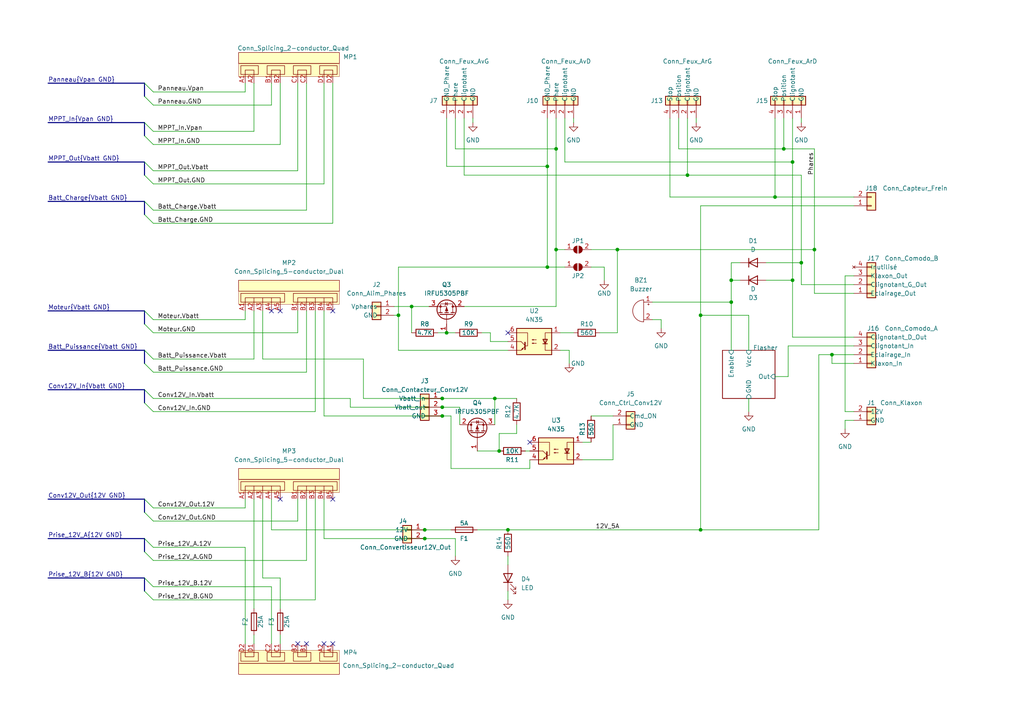
<source format=kicad_sch>
(kicad_sch (version 20211123) (generator eeschema)
  (paper "A4")
  (title_block (title "Boitier électrique vhéliotech") (date "2025-01-08") (company "Vélo solaire pour tous") (comment 1 "Licence CERN-OHL-S version 2"))
  (lib_symbols
    (symbol "Conn_Feux_Arriere_1" (pin_names (offset 1.016))
      (property "Reference" "J" (at 0 5.08 0))
      (property "Value" "Conn_Feux_Arriere_1" (at 0 -7.62 0))
      (symbol "Conn_Feux_Arriere_1_1_1"
        (rectangle (start -1.27 -4.953) (end 0 -5.207) (stroke (width 0.1524)))
        (rectangle (start -1.27 -2.413) (end 0 -2.667) (stroke (width 0.1524)))
        (rectangle (start -1.27 0.127) (end 0 -0.127) (stroke (width 0.1524)))
        (rectangle (start -1.27 2.667) (end 0 2.413) (stroke (width 0.1524)))
        (rectangle (start -1.27 3.81) (end 1.27 -6.35) (stroke (width 0.254)) (fill (type background)))
        (pin power_in line (at -5.08 2.54 0) (length 3.81) (name "GND") (number "1"))
        (pin passive line (at -5.08 0 0) (length 3.81) (name "Clignotant") (number "2"))
        (pin passive line (at -5.08 -2.54 0) (length 3.81) (name "Position") (number "3"))
        (pin passive line (at -5.08 -5.08 0) (length 3.81) (name "Stop") (number "4"))
      )
    )
    (symbol "Connector_Generic:Conn_01x02" (pin_names (offset 1.016) hide)
      (property "Reference" "J" (at 0 2.54 0))
      (property "Value" "Conn_01x02" (at 0 -5.08 0))
      (symbol "Conn_01x02_1_1"
        (rectangle (start -1.27 -2.413) (end 0 -2.667) (stroke (width 0.1524)))
        (rectangle (start -1.27 0.127) (end 0 -0.127) (stroke (width 0.1524)))
        (rectangle (start -1.27 1.27) (end 1.27 -3.81) (stroke (width 0.254)) (fill (type background)))
        (pin passive line (at -5.08 0 0) (length 3.81) (name "Pin_1") (number "1"))
        (pin passive line (at -5.08 -2.54 0) (length 3.81) (name "Pin_2") (number "2"))
      )
    )
    (symbol "Device:Buzzer" (pin_names (offset 0.0254) hide)
      (property "Reference" "BZ" (at 3.81 1.27 0))
      (property "Value" "Buzzer" (at 3.81 -1.27 0))
      (symbol "Buzzer_0_1"
        (arc (start 0 -3.175) (mid 3.175 0) (end 0 3.175))
        (polyline (pts (xy -1.651 1.905) (xy -1.143 1.905)))
        (polyline (pts (xy -1.397 2.159) (xy -1.397 1.651)))
        (polyline (pts (xy 0 3.175) (xy 0 -3.175)))
      )
      (symbol "Buzzer_1_1"
        (pin passive line (at -2.54 2.54 0) (length 2.54) (name "-") (number "1"))
        (pin passive line (at -2.54 -2.54 0) (length 2.54) (name "+") (number "2"))
      )
    )
    (symbol "Device:D" (pin_numbers hide) (pin_names (offset 1.016) hide)
      (property "Reference" "D" (at 0 2.54 0))
      (property "Value" "D" (at 0 -2.54 0))
      (symbol "D_0_1"
        (polyline (pts (xy -1.27 1.27) (xy -1.27 -1.27)) (stroke (width 0.254)))
        (polyline (pts (xy 1.27 0) (xy -1.27 0)))
        (polyline (pts (xy 1.27 1.27) (xy 1.27 -1.27) (xy -1.27 0) (xy 1.27 1.27)) (stroke (width 0.254)))
      )
      (symbol "D_1_1"
        (pin passive line (at -3.81 0 0) (length 2.54) (name "K") (number "1"))
        (pin passive line (at 3.81 0 180) (length 2.54) (name "A") (number "2"))
      )
    )
    (symbol "Device:LED" (pin_numbers hide) (pin_names (offset 1.016) hide)
      (property "Reference" "D" (at 0 2.54 0))
      (property "Value" "LED" (at 0 -2.54 0))
      (symbol "LED_0_1"
        (polyline (pts (xy -1.27 -1.27) (xy -1.27 1.27)) (stroke (width 0.254)))
        (polyline (pts (xy -1.27 0) (xy 1.27 0)))
        (polyline (pts (xy 1.27 -1.27) (xy 1.27 1.27) (xy -1.27 0) (xy 1.27 -1.27)) (stroke (width 0.254)))
        (polyline (pts (xy -3.048 -0.762) (xy -4.572 -2.286) (xy -3.81 -2.286) (xy -4.572 -2.286) (xy -4.572 -1.524)))
        (polyline (pts (xy -1.778 -0.762) (xy -3.302 -2.286) (xy -2.54 -2.286) (xy -3.302 -2.286) (xy -3.302 -1.524)))
      )
      (symbol "LED_1_1"
        (pin passive line (at -3.81 0 0) (length 2.54) (name "K") (number "1"))
        (pin passive line (at 3.81 0 180) (length 2.54) (name "A") (number "2"))
      )
    )
    (symbol "Device:R" (pin_numbers hide) (pin_names (offset 0))
      (property "Reference" "R" (at 2.032 0 90))
      (property "Value" "R" (at 0 0 90))
      (symbol "R_0_1"
        (rectangle (start -1.016 -2.54) (end 1.016 2.54) (stroke (width 0.254)))
      )
      (symbol "R_1_1"
        (pin passive line (at 0 3.81 270) (length 1.27) (name "~") (number "1"))
        (pin passive line (at 0 -3.81 90) (length 1.27) (name "~") (number "2"))
      )
    )
    (symbol "Isolator:4N35" (pin_names (offset 1.016))
      (property "Reference" "U" (at -5.08 5.08 0))
      (property "Value" "4N35" (at 0 5.08 0))
      (symbol "4N35_0_1"
        (rectangle (start -5.08 3.81) (end 5.08 -3.81) (stroke (width 0.254)) (fill (type background)))
        (polyline (pts (xy -3.81 -0.635) (xy -2.54 -0.635)) (stroke (width 0.254)))
        (polyline (pts (xy 2.667 -1.397) (xy 3.81 -2.54)))
        (polyline (pts (xy 2.667 -1.143) (xy 3.81 0)))
        (polyline (pts (xy 3.81 -2.54) (xy 5.08 -2.54)))
        (polyline (pts (xy 3.81 0) (xy 5.08 0)))
        (polyline (pts (xy 2.667 -0.254) (xy 2.667 -2.286) (xy 2.667 -2.286)) (stroke (width 0.3556)))
        (polyline (pts (xy -5.08 -2.54) (xy -3.175 -2.54) (xy -3.175 2.54) (xy -5.08 2.54)))
        (polyline (pts (xy -3.175 -0.635) (xy -3.81 0.635) (xy -2.54 0.635) (xy -3.175 -0.635)) (stroke (width 0.254)))
        (polyline (pts (xy 3.683 -2.413) (xy 3.429 -1.905) (xy 3.175 -2.159) (xy 3.683 -2.413)))
        (polyline (pts (xy 5.08 2.54) (xy 1.905 2.54) (xy 1.905 -1.27) (xy 2.54 -1.27)))
        (polyline (pts (xy -0.635 -0.508) (xy 0.635 -0.508) (xy 0.254 -0.635) (xy 0.254 -0.381) (xy 0.635 -0.508)))
        (polyline (pts (xy -0.635 0.508) (xy 0.635 0.508) (xy 0.254 0.381) (xy 0.254 0.635) (xy 0.635 0.508)))
      )
      (symbol "4N35_1_1"
        (pin passive line (at -7.62 2.54 0) (length 2.54) (name "~") (number "1"))
        (pin passive line (at -7.62 -2.54 0) (length 2.54) (name "~") (number "2"))
        (pin no_connect line (at -5.08 0 0) (length 2.54) hide (name "NC") (number "3"))
        (pin passive line (at 7.62 -2.54 180) (length 2.54) (name "~") (number "4"))
        (pin passive line (at 7.62 0 180) (length 2.54) (name "~") (number "5"))
        (pin passive line (at 7.62 2.54 180) (length 2.54) (name "~") (number "6"))
      )
    )
    (symbol "Jumper:SolderJumper_2_Open" (pin_names (offset 0) hide)
      (property "Reference" "JP" (at 0 2.032 0))
      (property "Value" "SolderJumper_2_Open" (at 0 -2.54 0))
      (symbol "SolderJumper_2_Open_0_1"
        (arc (start -0.254 1.016) (mid -1.27 0) (end -0.254 -1.016))
        (arc (start -0.254 1.016) (mid -1.27 0) (end -0.254 -1.016) (fill (type outline)))
        (polyline (pts (xy -0.254 1.016) (xy -0.254 -1.016)))
        (polyline (pts (xy 0.254 1.016) (xy 0.254 -1.016)))
        (arc (start 0.254 -1.016) (mid 1.27 0) (end 0.254 1.016))
        (arc (start 0.254 -1.016) (mid 1.27 0) (end 0.254 1.016) (fill (type outline)))
      )
      (symbol "SolderJumper_2_Open_1_1"
        (pin passive line (at -3.81 0 0) (length 2.54) (name "A") (number "1"))
        (pin passive line (at 3.81 0 180) (length 2.54) (name "B") (number "2"))
      )
    )
    (symbol "Transistor_FET:FQP27P06" (pin_names hide)
      (property "Reference" "Q" (at 5.08 1.905 0))
      (property "Value" "FQP27P06" (at 5.08 0 0))
      (symbol "FQP27P06_0_1"
        (polyline (pts (xy 0.254 0) (xy -2.54 0)))
        (polyline (pts (xy 0.254 1.905) (xy 0.254 -1.905)) (stroke (width 0.254)))
        (polyline (pts (xy 0.762 -1.27) (xy 0.762 -2.286)) (stroke (width 0.254)))
        (polyline (pts (xy 0.762 0.508) (xy 0.762 -0.508)) (stroke (width 0.254)))
        (polyline (pts (xy 0.762 2.286) (xy 0.762 1.27)) (stroke (width 0.254)))
        (polyline (pts (xy 2.54 2.54) (xy 2.54 1.778)))
        (polyline (pts (xy 2.54 -2.54) (xy 2.54 0) (xy 0.762 0)))
        (polyline (pts (xy 0.762 1.778) (xy 3.302 1.778) (xy 3.302 -1.778) (xy 0.762 -1.778)))
        (polyline (pts (xy 2.286 0) (xy 1.27 0.381) (xy 1.27 -0.381) (xy 2.286 0)) (fill (type outline)))
        (polyline (pts (xy 2.794 -0.508) (xy 2.921 -0.381) (xy 3.683 -0.381) (xy 3.81 -0.254)))
        (polyline (pts (xy 3.302 -0.381) (xy 2.921 0.254) (xy 3.683 0.254) (xy 3.302 -0.381)))
        (circle (center 1.651 0) (radius 2.794) (stroke (width 0.254)))
        (circle (center 2.54 -1.778) (radius 0.254) (fill (type outline)))
        (circle (center 2.54 1.778) (radius 0.254) (fill (type outline)))
      )
      (symbol "FQP27P06_1_1"
        (pin input line (at -5.08 0 0) (length 2.54) (name "G") (number "1"))
        (pin passive line (at 2.54 5.08 270) (length 2.54) (name "D") (number "2"))
        (pin passive line (at 2.54 -5.08 90) (length 2.54) (name "S") (number "3"))
      )
    )
    (symbol "circuit:Conn_Alim_Phares" (pin_names (offset 1.016))
      (property "Reference" "J" (at 0 2.54 0))
      (property "Value" "Conn_Alim_Phares" (at 0 -5.08 0))
      (symbol "Conn_Alim_Phares_1_1"
        (rectangle (start -1.27 -2.413) (end 0 -2.667) (stroke (width 0.1524)))
        (rectangle (start -1.27 0.127) (end 0 -0.127) (stroke (width 0.1524)))
        (rectangle (start -1.27 1.27) (end 1.27 -3.81) (stroke (width 0.254)) (fill (type background)))
        (pin power_out line (at -5.08 0 0) (length 3.81) (name "Vphares") (number "1"))
        (pin power_out line (at -5.08 -2.54 0) (length 3.81) (name "GND") (number "2"))
      )
    )
    (symbol "circuit:Conn_Comodo_A" (pin_names (offset 1.016))
      (property "Reference" "J" (at 0 5.08 0))
      (property "Value" "Conn_Comodo_A" (at 0 -7.62 0))
      (symbol "Conn_Comodo_A_1_1"
        (rectangle (start -1.27 -4.953) (end 0 -5.207) (stroke (width 0.1524)))
        (rectangle (start -1.27 -2.413) (end 0 -2.667) (stroke (width 0.1524)))
        (rectangle (start -1.27 0.127) (end 0 -0.127) (stroke (width 0.1524)))
        (rectangle (start -1.27 2.667) (end 0 2.413) (stroke (width 0.1524)))
        (rectangle (start -1.27 3.81) (end 1.27 -6.35) (stroke (width 0.254)) (fill (type background)))
        (pin passive line (at -5.08 2.54 0) (length 3.81) (name "Klaxon_In") (number "1"))
        (pin passive line (at -5.08 0 0) (length 3.81) (name "Eclairage_In") (number "2"))
        (pin passive line (at -5.08 -2.54 0) (length 3.81) (name "Clignotant_In") (number "3"))
        (pin passive line (at -5.08 -5.08 0) (length 3.81) (name "Clignotant_D_Out") (number "4"))
      )
    )
    (symbol "circuit:Conn_Comodo_B" (pin_names (offset 1.016))
      (property "Reference" "J" (at 0 5.08 0))
      (property "Value" "Conn_Comodo_B" (at 0 -7.62 0))
      (symbol "Conn_Comodo_B_1_1"
        (rectangle (start -1.27 -4.953) (end 0 -5.207) (stroke (width 0.1524)))
        (rectangle (start -1.27 -2.413) (end 0 -2.667) (stroke (width 0.1524)))
        (rectangle (start -1.27 0.127) (end 0 -0.127) (stroke (width 0.1524)))
        (rectangle (start -1.27 2.667) (end 0 2.413) (stroke (width 0.1524)))
        (rectangle (start -1.27 3.81) (end 1.27 -6.35) (stroke (width 0.254)) (fill (type background)))
        (pin passive line (at -5.08 2.54 0) (length 3.81) (name "Eclairage_Out") (number "1"))
        (pin passive line (at -5.08 0 0) (length 3.81) (name "Clignotant_G_Out") (number "2"))
        (pin passive line (at -5.08 -2.54 0) (length 3.81) (name "Klaxon_Out") (number "3"))
        (pin no_connect line (at -5.08 -5.08 0) (length 3.81) (name "Inutilisé") (number "4"))
      )
    )
    (symbol "circuit:Conn_Contacteur_Conv12V" (pin_names (offset 1.016))
      (property "Reference" "J" (at 0 5.08 0))
      (property "Value" "Conn_Contacteur_Conv12V" (at 0 -5.08 0))
      (symbol "Conn_Contacteur_Conv12V_1_1"
        (rectangle (start -1.27 -2.413) (end 0 -2.667) (stroke (width 0.1524)))
        (rectangle (start -1.27 0.127) (end 0 -0.127) (stroke (width 0.1524)))
        (rectangle (start -1.27 2.667) (end 0 2.413) (stroke (width 0.1524)))
        (rectangle (start -1.27 3.81) (end 1.27 -3.81) (stroke (width 0.254)) (fill (type background)))
        (pin power_in line (at -5.08 2.54 0) (length 3.81) (name "Vbatt_in") (number "1"))
        (pin power_out line (at -5.08 0 0) (length 3.81) (name "Vbatt_out") (number "2"))
        (pin power_in line (at -5.08 -2.54 0) (length 3.81) (name "GND") (number "3"))
      )
    )
    (symbol "circuit:Conn_Convertisseur12V_Out" (pin_names (offset 1.016))
      (property "Reference" "J" (at 0 2.54 0))
      (property "Value" "Conn_Convertisseur12V_Out" (at 0 -5.08 0))
      (symbol "Conn_Convertisseur12V_Out_1_1"
        (rectangle (start -1.27 -2.413) (end 0 -2.667) (stroke (width 0.1524)))
        (rectangle (start -1.27 0.127) (end 0 -0.127) (stroke (width 0.1524)))
        (rectangle (start -1.27 1.27) (end 1.27 -3.81) (stroke (width 0.254)) (fill (type background)))
        (pin power_out line (at -5.08 0 0) (length 3.81) (name "12V") (number "1"))
        (pin power_out line (at -5.08 -2.54 0) (length 3.81) (name "GND") (number "2"))
      )
    )
    (symbol "circuit:Conn_Ctrl_Conv12V" (pin_names (offset 1.016))
      (property "Reference" "J" (at 0 2.54 0))
      (property "Value" "Conn_Ctrl_Conv12V" (at 0 -5.08 0))
      (symbol "Conn_Ctrl_Conv12V_1_1"
        (rectangle (start -1.27 -2.413) (end 0 -2.667) (stroke (width 0.1524)))
        (rectangle (start -1.27 0.127) (end 0 -0.127) (stroke (width 0.1524)))
        (rectangle (start -1.27 1.27) (end 1.27 -3.81) (stroke (width 0.254)) (fill (type background)))
        (pin power_in line (at -5.08 0 0) (length 3.81) (name "GND") (number "1"))
        (pin passive line (at -5.08 -2.54 0) (length 3.81) (name "Cmd_ON") (number "2"))
      )
    )
    (symbol "circuit:Conn_Feux_Arriere" (pin_names (offset 1.016))
      (property "Reference" "J" (at 0 5.08 0))
      (property "Value" "Conn_Feux_Arriere" (at 0 -7.62 0))
      (symbol "Conn_Feux_Arriere_1_1"
        (rectangle (start -1.27 -4.953) (end 0 -5.207) (stroke (width 0.1524)))
        (rectangle (start -1.27 -2.413) (end 0 -2.667) (stroke (width 0.1524)))
        (rectangle (start -1.27 0.127) (end 0 -0.127) (stroke (width 0.1524)))
        (rectangle (start -1.27 2.667) (end 0 2.413) (stroke (width 0.1524)))
        (rectangle (start -1.27 3.81) (end 1.27 -6.35) (stroke (width 0.254)) (fill (type background)))
        (pin power_in line (at -5.08 2.54 0) (length 3.81) (name "GND") (number "1"))
        (pin passive line (at -5.08 0 0) (length 3.81) (name "Clignotant") (number "2"))
        (pin passive line (at -5.08 -2.54 0) (length 3.81) (name "Position") (number "3"))
        (pin passive line (at -5.08 -5.08 0) (length 3.81) (name "Stop") (number "4"))
      )
    )
    (symbol "circuit:Conn_Feux_Avant" (pin_names (offset 1.016))
      (property "Reference" "J" (at 0 5.08 0))
      (property "Value" "Conn_Feux_Avant" (at 0 -7.62 0))
      (symbol "Conn_Feux_Avant_1_1"
        (rectangle (start -1.27 -4.953) (end 0 -5.207) (stroke (width 0.1524)))
        (rectangle (start -1.27 -2.413) (end 0 -2.667) (stroke (width 0.1524)))
        (rectangle (start -1.27 0.127) (end 0 -0.127) (stroke (width 0.1524)))
        (rectangle (start -1.27 2.667) (end 0 2.413) (stroke (width 0.1524)))
        (rectangle (start -1.27 3.81) (end 1.27 -6.35) (stroke (width 0.254)) (fill (type background)))
        (pin power_in line (at -5.08 2.54 0) (length 3.81) (name "GND") (number "1"))
        (pin passive line (at -5.08 0 0) (length 3.81) (name "Clignotant") (number "2"))
        (pin passive line (at -5.08 -2.54 0) (length 3.81) (name "Phare") (number "3"))
        (pin power_in line (at -5.08 -5.08 0) (length 3.81) (name "GND_Phare") (number "4"))
      )
    )
    (symbol "circuit:Conn_Klaxon" (pin_names (offset 1.016))
      (property "Reference" "J" (at 0 2.54 0))
      (property "Value" "Conn_Klaxon" (at 0 -5.08 0))
      (symbol "Conn_Klaxon_1_1"
        (rectangle (start -1.27 -2.413) (end 0 -2.667) (stroke (width 0.1524)))
        (rectangle (start -1.27 0.127) (end 0 -0.127) (stroke (width 0.1524)))
        (rectangle (start -1.27 1.27) (end 1.27 -3.81) (stroke (width 0.254)) (fill (type background)))
        (pin power_in line (at -5.08 0 0) (length 3.81) (name "GND") (number "1"))
        (pin passive line (at -5.08 -2.54 0) (length 3.81) (name "12V") (number "2"))
      )
    )
    (symbol "circuit:Conn_Splicing_2-conductor_Quad"
      (property "Reference" "MP" (at 0.635 11.43 0))
      (property "Value" "Conn_Splicing_2-conductor_Quad" (at 1.27 -21.59 0))
      (symbol "Conn_Splicing_2-conductor_Quad_0_1"
        (rectangle (start -3.175 9.525) (end 0.635 -19.685) (stroke (width 0.01)) (fill (type background)))
        (rectangle (start -2.54 -13.97) (end 0 -19.05))
        (rectangle (start -2.54 -6.35) (end 0 -11.43))
        (rectangle (start -2.54 1.27) (end 0 -3.81))
        (rectangle (start -2.54 8.89) (end 0 3.81))
        (polyline (pts (xy -2.54 -15.24) (xy -1.27 -15.24) (xy -1.27 -17.78) (xy -2.54 -17.78)))
        (polyline (pts (xy -2.54 -7.62) (xy -1.27 -7.62) (xy -1.27 -10.16) (xy -2.54 -10.16)))
        (polyline (pts (xy -2.54 0) (xy -1.27 0) (xy -1.27 -2.54) (xy -2.54 -2.54)))
        (polyline (pts (xy -2.54 7.62) (xy -1.27 7.62) (xy -1.27 5.08) (xy -2.54 5.08)))
        (rectangle (start 0.635 9.525) (end 3.81 -19.685) (fill (type background)))
      )
      (symbol "Conn_Splicing_2-conductor_Quad_1_1"
        (pin passive line (at -5.08 7.62 0) (length 2.54) (name "") (number "A1"))
        (pin passive line (at -5.08 5.08 0) (length 2.54) (name "") (number "A2"))
        (pin passive line (at -5.08 0 0) (length 2.54) (name "") (number "B1"))
        (pin passive line (at -5.08 -2.54 0) (length 2.54) (name "") (number "B2"))
        (pin passive line (at -5.08 -7.62 0) (length 2.54) (name "") (number "C1"))
        (pin passive line (at -5.08 -10.16 0) (length 2.54) (name "") (number "C2"))
        (pin passive line (at -5.08 -15.24 0) (length 2.54) (name "") (number "D1"))
        (pin passive line (at -5.08 -17.78 0) (length 2.54) (name "") (number "D2"))
      )
    )
    (symbol "circuit:Conn_Splicing_5-conductor_Dual"
      (property "Reference" "MP" (at 0.635 11.43 0))
      (property "Value" "Conn_Splicing_5-conductor_Dual" (at 1.27 -21.59 0))
      (symbol "Conn_Splicing_5-conductor_Dual_0_1"
        (rectangle (start -3.175 9.525) (end 0.635 -19.685) (stroke (width 0.01)) (fill (type background)))
        (rectangle (start -2.54 -6.35) (end 0 -19.05))
        (rectangle (start -2.54 8.89) (end 0 -3.81))
        (polyline (pts (xy -1.27 -15.24) (xy -2.54 -15.24)))
        (polyline (pts (xy -1.27 -12.7) (xy -2.54 -12.7)))
        (polyline (pts (xy -1.27 -10.16) (xy -2.54 -10.16)))
        (polyline (pts (xy -1.27 0) (xy -2.54 0)))
        (polyline (pts (xy -1.27 2.54) (xy -2.54 2.54)))
        (polyline (pts (xy -1.27 5.08) (xy -2.54 5.08)))
        (polyline (pts (xy -2.54 -7.62) (xy -1.27 -7.62) (xy -1.27 -17.78) (xy -2.54 -17.78)))
        (polyline (pts (xy -2.54 7.62) (xy -1.27 7.62) (xy -1.27 -2.54) (xy -2.54 -2.54)))
        (rectangle (start 0.635 9.525) (end 3.81 -19.685) (fill (type background)))
      )
      (symbol "Conn_Splicing_5-conductor_Dual_1_1"
        (pin passive line (at -5.08 7.62 0) (length 2.54) (name "") (number "A1"))
        (pin passive line (at -5.08 5.08 0) (length 2.54) (name "") (number "A2"))
        (pin passive line (at -5.08 2.54 0) (length 2.54) (name "") (number "A3"))
        (pin passive line (at -5.08 0 0) (length 2.54) (name "") (number "A4"))
        (pin passive line (at -5.08 -2.54 0) (length 2.54) (name "") (number "A5"))
        (pin passive line (at -5.08 -7.62 0) (length 2.54) (name "") (number "B1"))
        (pin passive line (at -5.08 -10.16 0) (length 2.54) (name "") (number "B2"))
        (pin passive line (at -5.08 -12.7 0) (length 2.54) (name "") (number "B3"))
        (pin passive line (at -5.08 -15.24 0) (length 2.54) (name "") (number "B4"))
        (pin passive line (at -5.08 -17.78 0) (length 2.54) (name "") (number "B5"))
      )
    )
    (symbol "circuit:Fuse" (pin_numbers hide) (pin_names (offset 0))
      (property "Reference" "F" (at 2.032 0 90))
      (property "Value" "Fuse" (at -1.905 0 90))
      (symbol "Fuse_0_1"
        (rectangle (start -0.762 -2.54) (end 0.762 2.54) (stroke (width 0.254)))
        (polyline (pts (xy 0 2.54) (xy 0 -2.54)))
      )
      (symbol "Fuse_1_1"
        (pin passive line (at 0 3.81 270) (length 1.27) (name "~") (number "1"))
        (pin passive line (at 0 -3.81 90) (length 1.27) (name "~") (number "2"))
      )
    )
    (symbol "power:GND" (power) (pin_names (offset 0))
      (property "Value" "GND" (at 0 -3.81 0))
      (symbol "GND_0_1"
        (polyline (pts (xy 0 0) (xy 0 -1.27) (xy 1.27 -1.27) (xy 0 -2.54) (xy -1.27 -1.27) (xy 0 -1.27)))
      )
      (symbol "GND_1_1"
        (pin power_in line (at 0 0 270) (length 0) hide (name "GND") (number "1"))
      )
    )
  )
  (junction (at 123.19 156.21))
  (junction (at 179.07 72.39))
  (junction (at 199.39 50.8))
  (junction (at 161.29 43.18))
  (junction (at 224.79 57.15))
  (junction (at 241.3 102.87))
  (junction (at 229.87 81.28))
  (junction (at 203.2 91.44))
  (junction (at 115.57 91.44))
  (junction (at 227.33 43.18))
  (junction (at 161.29 72.39))
  (junction (at 229.87 46.99))
  (junction (at 212.09 81.28))
  (junction (at 236.22 72.39))
  (junction (at 158.75 48.26))
  (junction (at 212.09 87.63))
  (junction (at 203.2 153.67))
  (junction (at 143.51 115.57))
  (junction (at 147.32 153.67))
  (junction (at 128.27 118.11))
  (junction (at 128.27 120.65))
  (junction (at 129.54 96.52))
  (junction (at 123.19 153.67))
  (junction (at 144.78 130.81))
  (junction (at 128.27 115.57))
  (junction (at 232.41 76.2))
  (junction (at 158.75 77.47))
  (junction (at 119.38 88.9))
  (no_connect (at 96.52 186.69))
  (no_connect (at 96.52 144.78))
  (no_connect (at 96.52 90.17))
  (no_connect (at 147.32 96.52))
  (no_connect (at 78.74 90.17))
  (no_connect (at 88.9 186.69))
  (no_connect (at 93.98 186.69))
  (no_connect (at 86.36 186.69))
  (no_connect (at 81.28 144.78))
  (no_connect (at 153.67 128.27))
  (no_connect (at 81.28 90.17))
  (bus_entry (at 41.91 35.56) (size 2.54 2.54))
  (bus_entry (at 41.91 105.41) (size 2.54 2.54))
  (bus_entry (at 41.91 144.78) (size 2.54 2.54))
  (bus_entry (at 41.91 58.42) (size 2.54 2.54))
  (bus_entry (at 41.91 116.84) (size 2.54 2.54))
  (bus_entry (at 41.91 62.23) (size 2.54 2.54))
  (bus_entry (at 41.91 24.13) (size 2.54 2.54))
  (bus_entry (at 41.91 50.8) (size 2.54 2.54))
  (bus_entry (at 41.91 167.64) (size 2.54 2.54))
  (bus_entry (at 41.91 46.99) (size 2.54 2.54))
  (bus_entry (at 41.91 156.21) (size 2.54 2.54))
  (bus_entry (at 41.91 93.98) (size 2.54 2.54))
  (bus_entry (at 41.91 113.03) (size 2.54 2.54))
  (bus_entry (at 41.91 171.45) (size 2.54 2.54))
  (bus_entry (at 41.91 90.17) (size 2.54 2.54))
  (bus_entry (at 41.91 148.59) (size 2.54 2.54))
  (bus_entry (at 41.91 27.94) (size 2.54 2.54))
  (bus_entry (at 41.91 160.02) (size 2.54 2.54))
  (bus_entry (at 41.91 101.6) (size 2.54 2.54))
  (bus_entry (at 41.91 39.37) (size 2.54 2.54))
  (wire (pts (xy 217.17 115.57) (xy 217.17 119.38)))
  (wire (pts (xy 71.12 147.32) (xy 71.12 144.78)))
  (wire (pts (xy 212.09 87.63) (xy 212.09 101.6)))
  (wire (pts (xy 161.29 72.39) (xy 161.29 88.9)))
  (wire (pts (xy 247.65 121.92) (xy 245.11 121.92)))
  (bus (pts (xy 41.91 35.56) (xy 41.91 39.37)))
  (wire (pts (xy 88.9 162.56) (xy 88.9 144.78)))
  (wire (pts (xy 129.54 34.29) (xy 129.54 48.26)))
  (wire (pts (xy 228.6 100.33) (xy 228.6 109.22)))
  (wire (pts (xy 222.25 76.2) (xy 232.41 76.2)))
  (wire (pts (xy 161.29 43.18) (xy 132.08 43.18)))
  (wire (pts (xy 212.09 81.28) (xy 212.09 87.63)))
  (bus (pts (xy 13.97 24.13) (xy 41.91 24.13)))
  (wire (pts (xy 44.45 162.56) (xy 88.9 162.56)))
  (wire (pts (xy 105.41 115.57) (xy 128.27 115.57)))
  (bus (pts (xy 41.91 144.78) (xy 41.91 148.59)))
  (wire (pts (xy 44.45 158.75) (xy 71.12 158.75)))
  (wire (pts (xy 227.33 34.29) (xy 227.33 43.18)))
  (wire (pts (xy 44.45 170.18) (xy 78.74 170.18)))
  (wire (pts (xy 93.98 90.17) (xy 93.98 120.65)))
  (wire (pts (xy 76.2 104.14) (xy 105.41 104.14)))
  (wire (pts (xy 199.39 34.29) (xy 199.39 50.8)))
  (wire (pts (xy 153.67 133.35) (xy 153.67 135.89)))
  (wire (pts (xy 147.32 171.45) (xy 147.32 173.99)))
  (wire (pts (xy 127 96.52) (xy 129.54 96.52)))
  (wire (pts (xy 88.9 60.96) (xy 88.9 24.13)))
  (wire (pts (xy 158.75 77.47) (xy 115.57 77.47)))
  (wire (pts (xy 229.87 46.99) (xy 163.83 46.99)))
  (wire (pts (xy 161.29 72.39) (xy 163.83 72.39)))
  (wire (pts (xy 44.45 147.32) (xy 71.12 147.32)))
  (wire (pts (xy 73.66 144.78) (xy 73.66 176.53)))
  (wire (pts (xy 147.32 99.06) (xy 142.24 99.06)))
  (wire (pts (xy 237.49 153.67) (xy 237.49 102.87)))
  (wire (pts (xy 162.56 96.52) (xy 166.37 96.52)))
  (wire (pts (xy 81.28 167.64) (xy 81.28 176.53)))
  (wire (pts (xy 44.45 30.48) (xy 78.74 30.48)))
  (wire (pts (xy 137.16 34.29) (xy 137.16 35.56)))
  (wire (pts (xy 161.29 34.29) (xy 161.29 43.18)))
  (wire (pts (xy 241.3 105.41) (xy 241.3 102.87)))
  (wire (pts (xy 130.81 120.65) (xy 130.81 135.89)))
  (wire (pts (xy 114.3 91.44) (xy 115.57 91.44)))
  (wire (pts (xy 44.45 26.67) (xy 71.12 26.67)))
  (wire (pts (xy 128.27 115.57) (xy 143.51 115.57)))
  (wire (pts (xy 179.07 72.39) (xy 236.22 72.39)))
  (wire (pts (xy 158.75 77.47) (xy 163.83 77.47)))
  (wire (pts (xy 147.32 153.67) (xy 203.2 153.67)))
  (wire (pts (xy 71.12 92.71) (xy 71.12 90.17)))
  (wire (pts (xy 161.29 43.18) (xy 161.29 72.39)))
  (wire (pts (xy 245.11 119.38) (xy 247.65 119.38)))
  (wire (pts (xy 86.36 96.52) (xy 86.36 90.17)))
  (wire (pts (xy 247.65 97.79) (xy 229.87 97.79)))
  (wire (pts (xy 91.44 173.99) (xy 91.44 144.78)))
  (bus (pts (xy 13.97 144.78) (xy 41.91 144.78)))
  (wire (pts (xy 105.41 104.14) (xy 105.41 115.57)))
  (wire (pts (xy 78.74 186.69) (xy 78.74 170.18)))
  (bus (pts (xy 13.97 156.21) (xy 41.91 156.21)))
  (wire (pts (xy 203.2 91.44) (xy 217.17 91.44)))
  (bus (pts (xy 13.97 58.42) (xy 41.91 58.42)))
  (bus (pts (xy 13.97 35.56) (xy 41.91 35.56)))
  (wire (pts (xy 245.11 80.01) (xy 245.11 119.38)))
  (wire (pts (xy 129.54 48.26) (xy 158.75 48.26)))
  (wire (pts (xy 73.66 184.15) (xy 73.66 186.69)))
  (wire (pts (xy 203.2 91.44) (xy 203.2 153.67)))
  (wire (pts (xy 224.79 57.15) (xy 224.79 34.29)))
  (wire (pts (xy 123.19 156.21) (xy 132.08 156.21)))
  (wire (pts (xy 162.56 101.6) (xy 165.1 101.6)))
  (wire (pts (xy 138.43 153.67) (xy 147.32 153.67)))
  (wire (pts (xy 191.77 95.25) (xy 191.77 92.71)))
  (wire (pts (xy 179.07 72.39) (xy 179.07 96.52)))
  (wire (pts (xy 201.93 34.29) (xy 201.93 35.56)))
  (wire (pts (xy 236.22 43.18) (xy 236.22 72.39)))
  (wire (pts (xy 177.8 123.19) (xy 177.8 133.35)))
  (wire (pts (xy 81.28 184.15) (xy 81.28 186.69)))
  (wire (pts (xy 158.75 48.26) (xy 158.75 77.47)))
  (wire (pts (xy 76.2 90.17) (xy 76.2 104.14)))
  (wire (pts (xy 78.74 30.48) (xy 78.74 24.13)))
  (wire (pts (xy 212.09 76.2) (xy 212.09 81.28)))
  (wire (pts (xy 78.74 153.67) (xy 78.74 144.78)))
  (wire (pts (xy 153.67 135.89) (xy 130.81 135.89)))
  (wire (pts (xy 44.45 53.34) (xy 93.98 53.34)))
  (wire (pts (xy 194.31 57.15) (xy 194.31 34.29)))
  (wire (pts (xy 229.87 81.28) (xy 229.87 97.79)))
  (wire (pts (xy 114.3 88.9) (xy 119.38 88.9)))
  (wire (pts (xy 228.6 100.33) (xy 247.65 100.33)))
  (wire (pts (xy 134.62 50.8) (xy 134.62 34.29)))
  (wire (pts (xy 245.11 80.01) (xy 247.65 80.01)))
  (wire (pts (xy 115.57 91.44) (xy 115.57 101.6)))
  (wire (pts (xy 222.25 81.28) (xy 229.87 81.28)))
  (bus (pts (xy 13.97 113.03) (xy 41.91 113.03)))
  (wire (pts (xy 168.91 128.27) (xy 171.45 128.27)))
  (bus (pts (xy 41.91 101.6) (xy 41.91 105.41)))
  (wire (pts (xy 179.07 96.52) (xy 173.99 96.52)))
  (wire (pts (xy 115.57 77.47) (xy 115.57 91.44)))
  (bus (pts (xy 41.91 46.99) (xy 41.91 50.8)))
  (wire (pts (xy 88.9 107.95) (xy 88.9 90.17)))
  (wire (pts (xy 44.45 115.57) (xy 101.6 115.57)))
  (wire (pts (xy 144.78 125.73) (xy 144.78 130.81)))
  (wire (pts (xy 93.98 120.65) (xy 128.27 120.65)))
  (wire (pts (xy 212.09 81.28) (xy 214.63 81.28)))
  (bus (pts (xy 41.91 24.13) (xy 41.91 27.94)))
  (wire (pts (xy 86.36 151.13) (xy 86.36 144.78)))
  (wire (pts (xy 44.45 107.95) (xy 88.9 107.95)))
  (wire (pts (xy 76.2 144.78) (xy 76.2 167.64)))
  (wire (pts (xy 232.41 76.2) (xy 232.41 82.55)))
  (wire (pts (xy 147.32 161.29) (xy 147.32 163.83)))
  (wire (pts (xy 203.2 59.69) (xy 247.65 59.69)))
  (wire (pts (xy 101.6 118.11) (xy 101.6 115.57)))
  (wire (pts (xy 189.23 87.63) (xy 212.09 87.63)))
  (wire (pts (xy 149.86 123.19) (xy 149.86 125.73)))
  (wire (pts (xy 86.36 49.53) (xy 86.36 24.13)))
  (wire (pts (xy 123.19 153.67) (xy 78.74 153.67)))
  (wire (pts (xy 44.45 41.91) (xy 81.28 41.91)))
  (wire (pts (xy 237.49 102.87) (xy 241.3 102.87)))
  (wire (pts (xy 196.85 34.29) (xy 196.85 43.18)))
  (wire (pts (xy 93.98 156.21) (xy 93.98 144.78)))
  (wire (pts (xy 81.28 41.91) (xy 81.28 24.13)))
  (wire (pts (xy 147.32 101.6) (xy 115.57 101.6)))
  (wire (pts (xy 203.2 59.69) (xy 203.2 91.44)))
  (wire (pts (xy 214.63 76.2) (xy 212.09 76.2)))
  (bus (pts (xy 41.91 167.64) (xy 41.91 171.45)))
  (wire (pts (xy 101.6 118.11) (xy 128.27 118.11)))
  (wire (pts (xy 171.45 120.65) (xy 177.8 120.65)))
  (wire (pts (xy 44.45 119.38) (xy 91.44 119.38)))
  (wire (pts (xy 73.66 104.14) (xy 73.66 90.17)))
  (wire (pts (xy 119.38 88.9) (xy 119.38 96.52)))
  (wire (pts (xy 44.45 64.77) (xy 96.52 64.77)))
  (wire (pts (xy 241.3 102.87) (xy 247.65 102.87)))
  (wire (pts (xy 171.45 72.39) (xy 179.07 72.39)))
  (wire (pts (xy 44.45 151.13) (xy 86.36 151.13)))
  (wire (pts (xy 199.39 50.8) (xy 134.62 50.8)))
  (wire (pts (xy 168.91 133.35) (xy 177.8 133.35)))
  (wire (pts (xy 247.65 105.41) (xy 241.3 105.41)))
  (wire (pts (xy 44.45 49.53) (xy 86.36 49.53)))
  (wire (pts (xy 91.44 119.38) (xy 91.44 90.17)))
  (wire (pts (xy 132.08 156.21) (xy 132.08 161.29)))
  (wire (pts (xy 232.41 50.8) (xy 232.41 76.2)))
  (wire (pts (xy 138.43 130.81) (xy 144.78 130.81)))
  (wire (pts (xy 245.11 121.92) (xy 245.11 124.46)))
  (wire (pts (xy 73.66 38.1) (xy 73.66 24.13)))
  (wire (pts (xy 203.2 153.67) (xy 237.49 153.67)))
  (wire (pts (xy 224.79 57.15) (xy 194.31 57.15)))
  (wire (pts (xy 142.24 99.06) (xy 142.24 96.52)))
  (wire (pts (xy 163.83 46.99) (xy 163.83 34.29)))
  (wire (pts (xy 44.45 92.71) (xy 71.12 92.71)))
  (wire (pts (xy 71.12 26.67) (xy 71.12 24.13)))
  (wire (pts (xy 224.79 57.15) (xy 247.65 57.15)))
  (bus (pts (xy 13.97 167.64) (xy 41.91 167.64)))
  (wire (pts (xy 175.26 81.28) (xy 175.26 77.47)))
  (wire (pts (xy 236.22 85.09) (xy 247.65 85.09)))
  (wire (pts (xy 143.51 115.57) (xy 143.51 123.19)))
  (wire (pts (xy 133.35 123.19) (xy 133.35 118.11)))
  (wire (pts (xy 171.45 77.47) (xy 175.26 77.47)))
  (wire (pts (xy 44.45 60.96) (xy 88.9 60.96)))
  (wire (pts (xy 44.45 96.52) (xy 86.36 96.52)))
  (bus (pts (xy 41.91 90.17) (xy 41.91 93.98)))
  (wire (pts (xy 236.22 72.39) (xy 236.22 85.09)))
  (wire (pts (xy 158.75 48.26) (xy 158.75 34.29)))
  (wire (pts (xy 152.4 130.81) (xy 153.67 130.81)))
  (wire (pts (xy 229.87 46.99) (xy 229.87 81.28)))
  (wire (pts (xy 44.45 173.99) (xy 91.44 173.99)))
  (wire (pts (xy 119.38 88.9) (xy 124.46 88.9)))
  (wire (pts (xy 96.52 64.77) (xy 96.52 24.13)))
  (bus (pts (xy 13.97 46.99) (xy 41.91 46.99)))
  (bus (pts (xy 13.97 101.6) (xy 41.91 101.6)))
  (wire (pts (xy 199.39 50.8) (xy 232.41 50.8)))
  (wire (pts (xy 128.27 118.11) (xy 133.35 118.11)))
  (bus (pts (xy 41.91 58.42) (xy 41.91 62.23)))
  (wire (pts (xy 229.87 34.29) (xy 229.87 46.99)))
  (wire (pts (xy 166.37 34.29) (xy 166.37 35.56)))
  (wire (pts (xy 44.45 104.14) (xy 73.66 104.14)))
  (bus (pts (xy 41.91 156.21) (xy 41.91 160.02)))
  (wire (pts (xy 224.79 109.22) (xy 228.6 109.22)))
  (bus (pts (xy 13.97 90.17) (xy 41.91 90.17)))
  (wire (pts (xy 191.77 92.71) (xy 189.23 92.71)))
  (wire (pts (xy 232.41 82.55) (xy 247.65 82.55)))
  (wire (pts (xy 232.41 34.29) (xy 232.41 35.56)))
  (wire (pts (xy 44.45 38.1) (xy 73.66 38.1)))
  (wire (pts (xy 217.17 91.44) (xy 217.17 101.6)))
  (wire (pts (xy 143.51 115.57) (xy 149.86 115.57)))
  (wire (pts (xy 196.85 43.18) (xy 227.33 43.18)))
  (wire (pts (xy 76.2 167.64) (xy 81.28 167.64)))
  (wire (pts (xy 134.62 88.9) (xy 161.29 88.9)))
  (wire (pts (xy 129.54 96.52) (xy 132.08 96.52)))
  (wire (pts (xy 123.19 156.21) (xy 93.98 156.21)))
  (wire (pts (xy 227.33 43.18) (xy 236.22 43.18)))
  (bus (pts (xy 41.91 113.03) (xy 41.91 116.84)))
  (wire (pts (xy 149.86 125.73) (xy 144.78 125.73)))
  (wire (pts (xy 71.12 186.69) (xy 71.12 158.75)))
  (wire (pts (xy 123.19 153.67) (xy 130.81 153.67)))
  (wire (pts (xy 132.08 43.18) (xy 132.08 34.29)))
  (wire (pts (xy 93.98 53.34) (xy 93.98 24.13)))
  (wire (pts (xy 130.81 120.65) (xy 128.27 120.65)))
  (wire (pts (xy 142.24 96.52) (xy 139.7 96.52)))
  (wire (pts (xy 165.1 101.6) (xy 165.1 105.41)))
  (label "Panneau.Vpan" (at 45.72 26.67 0))
  (label "Panneau.GND" (at 45.72 30.48 0))
  (label "Conv12V_In.Vbatt" (at 45.72 115.57 0))
  (label "Batt_Charge{Vbatt GND}" (at 13.97 58.42 0))
  (label "MPPT_Out{Vbatt GND}" (at 13.97 46.99 0))
  (label "Moteur.GND" (at 45.72 96.52 0))
  (label "Batt_Puissance.Vbatt" (at 45.72 104.14 0))
  (label "Panneau{Vpan GND}" (at 13.97 24.13 0))
  (label "Moteur.Vbatt" (at 45.72 92.71 0))
  (label "Phares" (at 236.22 50.8 90))
  (label "Conv12V_Out.GND" (at 45.72 151.13 0))
  (label "Batt_Charge.GND" (at 45.72 64.77 0))
  (label "Conv12V_Out{12V GND}" (at 13.97 144.78 0))
  (label "MPPT_In{Vpan GND}" (at 13.97 35.56 0))
  (label "Batt_Charge.Vbatt" (at 45.72 60.96 0))
  (label "Prise_12V_B{12V GND}" (at 13.97 167.64 0))
  (label "Conv12V_In{Vbatt GND}" (at 13.97 113.03 0))
  (label "Prise_12V_A.GND" (at 45.72 162.56 0))
  (label "MPPT_In.GND" (at 45.72 41.91 0))
  (label "12V_5A" (at 172.72 153.67 0))
  (label "Batt_Puissance.GND" (at 45.72 107.95 0))
  (label "Conv12V_In.GND" (at 45.72 119.38 0))
  (label "Batt_Puissance{Vbatt GND}" (at 13.97 101.6 0))
  (label "Prise_12V_A.12V" (at 45.72 158.75 0))
  (label "Moteur{Vbatt GND}" (at 13.97 90.17 0))
  (label "Prise_12V_A{12V GND}" (at 13.97 156.21 0))
  (label "Prise_12V_B.12V" (at 45.72 170.18 0))
  (label "MPPT_Out.GND" (at 45.72 53.34 0))
  (label "MPPT_Out.Vbatt" (at 45.72 49.53 0))
  (label "MPPT_In.Vpan" (at 45.72 38.1 0))
  (label "Conv12V_Out.12V" (at 45.72 147.32 0))
  (label "Prise_12V_B.GND" (at 45.72 173.99 0))
  (symbol (lib_id "Isolator:4N35") (at 154.94 99.06 0) (mirror y) (unit 1)
    (property "Reference" "U2" (at 154.94 90.17 0))
    (property "Value" "4N35" (at 154.94 92.71 0))
    (property "Footprint" "Package_DIP:DIP-6_W7.62mm" (effects hide))
    (property "Datasheet" "https://www.vishay.com/docs/81181/4n35.pdf" (effects hide))
  )
  (symbol (lib_id "power:GND") (at 245.11 124.46 0) (unit 1)
    (property "Reference" "#PWR0102" (effects hide))
    (property "Value" "GND" (at 245.11 129.54 0))
  )
  (symbol (lib_id "power:GND") (at 132.08 161.29 0) (unit 1)
    (property "Reference" "#PWR0107" (effects hide))
    (property "Value" "GND" (at 132.08 166.37 0))
  )
  (symbol (lib_id "circuit:Conn_Feux_Avant") (at 163.83 29.21 270) (mirror x) (unit 1)
    (property "Reference" "J10" (at 156.21 29.21 90) (effects (justify right)))
    (property "Value" "Conn_Feux_AvD" (at 171.45 17.78 90) (effects (justify right)))
    (property "Footprint" "circuit:TerminalBlock_Wago_2601-3104_1x04_P3.50mm_Vertical" (effects hide))
  )
  (symbol (lib_id "circuit:Fuse") (at 73.66 180.34 180) (unit 1) (on_board no)
    (property "Reference" "F2" (at 71.12 180.34 90))
    (property "Value" "25A" (at 75.565 180.34 90))
    (property "Footprint" "circuit:Littelfuse_FuseHolder_FL1_178.6764.0001" (effects hide))
  )
  (symbol (lib_id "Device:LED") (at 147.32 167.64 90) (unit 1)
    (property "Reference" "D4" (at 151.13 167.9574 90) (effects (justify right)))
    (property "Value" "LED" (at 151.13 170.4974 90) (effects (justify right)))
    (property "Footprint" "circuit:TerminalBlock_Wago_2601-3102_1x02_P3.50mm_Vertical" (effects hide))
  )
  (symbol (lib_id "Transistor_FET:FQP27P06") (at 129.54 91.44 270) (mirror x) (unit 1)
    (property "Reference" "Q3" (at 129.54 82.55 90))
    (property "Value" "IRFU5305PBF" (at 129.54 85.09 90))
    (property "Footprint" "circuit:TO-251-3_Vertical" (effects hide))
    (property "Datasheet" "https://www.onsemi.com/pub/Collateral/FQP27P06-D.PDF" (effects hide))
  )
  (symbol (lib_id "circuit:Conn_Klaxon") (at 252.73 121.92 0) (mirror x) (unit 1)
    (property "Reference" "J1" (at 251.46 116.84 0) (effects (justify left)))
    (property "Value" "Conn_Klaxon" (at 255.27 116.84 0) (effects (justify left)))
    (property "Footprint" "circuit:TerminalBlock_Wago_2601-3102_1x02_P3.50mm_Vertical" (effects hide))
  )
  (symbol (lib_id "Device:D") (at 218.44 76.2 0) (unit 1)
    (property "Reference" "D1" (at 218.44 69.85 0))
    (property "Value" "D" (at 218.44 72.39 0))
    (property "Footprint" "Diode_THT:D_DO-35_SOD27_P7.62mm_Horizontal" (effects hide))
  )
  (symbol (lib_id "power:GND") (at 232.41 35.56 0) (unit 1)
    (property "Reference" "#PWR0103" (effects hide))
    (property "Value" "GND" (at 232.41 40.64 0))
  )
  (symbol (lib_id "circuit:Conn_Splicing_5-conductor_Dual") (at 78.74 85.09 90) (unit 1)
    (property "Reference" "MP2" (at 83.82 76.2 90))
    (property "Value" "Conn_Splicing_5-conductor_Dual" (at 83.82 78.74 90))
    (property "Footprint" "circuit:Wago_221-500_SplicingConnectorHolder" (effects hide))
  )
  (symbol (lib_name "Conn_Feux_Arriere_1") (lib_id "circuit:Conn_Feux_Arriere") (at 199.39 29.21 270) (mirror x) (unit 1)
    (property "Reference" "J13" (at 190.5 29.21 90))
    (property "Value" "Conn_Feux_ArG" (at 199.39 17.78 90))
    (property "Footprint" "circuit:TerminalBlock_Wago_2601-3104_1x04_P3.50mm_Vertical" (effects hide))
  )
  (symbol (lib_id "Device:Buzzer") (at 186.69 90.17 0) (mirror y) (unit 1)
    (property "Reference" "BZ1" (at 185.928 81.28 0))
    (property "Value" "Buzzer" (at 185.928 83.82 0))
    (property "Footprint" "circuit:Buzzer_25x16_12.5" (effects hide))
  )
  (symbol (lib_id "circuit:Conn_Convertisseur12V_Out") (at 118.11 153.67 0) (mirror y) (unit 1)
    (property "Reference" "J4" (at 118.11 151.13 0) (effects (justify left)))
    (property "Value" "Conn_Convertisseur12V_Out" (at 130.81 158.75 0) (effects (justify left)))
    (property "Footprint" "circuit:TerminalBlock_Wago_2601-3102_1x02_P3.50mm_Vertical" (effects hide))
  )
  (symbol (lib_id "circuit:Conn_Splicing_2-conductor_Quad") (at 78.74 19.05 90) (unit 1)
    (property "Reference" "MP1" (at 101.6 16.51 90))
    (property "Value" "Conn_Splicing_2-conductor_Quad" (at 85.09 13.97 90))
    (property "Footprint" "circuit:Wago_221-500_SplicingConnectorHolder" (effects hide))
  )
  (symbol (lib_id "Device:R") (at 171.45 124.46 180) (unit 1)
    (property "Reference" "R13" (at 168.91 124.46 90))
    (property "Value" "560" (at 171.45 124.46 90))
    (property "Footprint" "Resistor_THT:R_Axial_DIN0207_L6.3mm_D2.5mm_P10.16mm_Horizontal" (effects hide))
  )
  (symbol (lib_id "circuit:Conn_Comodo_A") (at 252.73 102.87 0) (mirror x) (unit 1)
    (property "Reference" "J16" (at 251.46 95.25 0) (effects (justify left)))
    (property "Value" "Conn_Comodo_A" (at 256.54 95.25 0) (effects (justify left)))
    (property "Footprint" "circuit:TerminalBlock_Wago_2601-3104_1x04_P3.50mm_Vertical" (effects hide))
  )
  (symbol (lib_id "circuit:Conn_Splicing_5-conductor_Dual") (at 78.74 139.7 90) (unit 1)
    (property "Reference" "MP3" (at 83.82 130.81 90))
    (property "Value" "Conn_Splicing_5-conductor_Dual" (at 83.82 133.35 90))
    (property "Footprint" "circuit:Wago_221-500_SplicingConnectorHolder" (effects hide))
  )
  (symbol (lib_id "Isolator:4N35") (at 161.29 130.81 0) (mirror y) (unit 1)
    (property "Reference" "U3" (at 161.29 121.92 0))
    (property "Value" "4N35" (at 161.29 124.46 0))
    (property "Footprint" "Package_DIP:DIP-6_W7.62mm" (effects hide))
    (property "Datasheet" "https://www.vishay.com/docs/81181/4n35.pdf" (effects hide))
  )
  (symbol (lib_id "Device:R") (at 135.89 96.52 90) (unit 1)
    (property "Reference" "R9" (at 135.89 93.98 90))
    (property "Value" "10K" (at 135.89 96.52 90))
    (property "Footprint" "Resistor_THT:R_Axial_DIN0207_L6.3mm_D2.5mm_P10.16mm_Horizontal" (effects hide))
  )
  (symbol (lib_id "power:GND") (at 191.77 95.25 0) (unit 1)
    (property "Reference" "#PWR01" (effects hide))
    (property "Value" "GND" (at 191.77 100.33 0))
  )
  (symbol (lib_id "Jumper:SolderJumper_2_Open") (at 167.64 77.47 0) (unit 1)
    (property "Reference" "JP2" (at 167.64 80.01 0))
    (property "Value" "SolderJumper_2_Open" (effects hide))
    (property "Footprint" "Jumper:SolderJumper-2_P1.3mm_Open_RoundedPad1.0x1.5mm" (effects hide))
  )
  (symbol (lib_id "Device:R") (at 123.19 96.52 90) (unit 1)
    (property "Reference" "R8" (at 123.19 93.98 90))
    (property "Value" "4.7K" (at 123.19 96.52 90))
    (property "Footprint" "Resistor_THT:R_Axial_DIN0207_L6.3mm_D2.5mm_P10.16mm_Horizontal" (effects hide))
  )
  (symbol (lib_id "circuit:Conn_Comodo_B") (at 252.73 82.55 0) (mirror x) (unit 1)
    (property "Reference" "J17" (at 251.46 74.93 0) (effects (justify left)))
    (property "Value" "Conn_Comodo_B" (at 256.54 74.93 0) (effects (justify left)))
    (property "Footprint" "circuit:TerminalBlock_Wago_2601-3104_1x04_P3.50mm_Vertical" (effects hide))
  )
  (symbol (lib_id "circuit:Fuse") (at 134.62 153.67 270) (unit 1)
    (property "Reference" "F1" (at 134.62 156.21 90))
    (property "Value" "5A" (at 134.62 151.765 90))
    (property "Footprint" "circuit:Generic_FuseHolder_MINI" (effects hide))
  )
  (symbol (lib_id "circuit:Fuse") (at 81.28 180.34 180) (unit 1) (on_board no)
    (property "Reference" "F3" (at 78.74 180.34 90))
    (property "Value" "25A" (at 83.185 180.34 90))
    (property "Footprint" "circuit:Littelfuse_FuseHolder_FL1_178.6764.0001" (effects hide))
  )
  (symbol (lib_id "circuit:Conn_Contacteur_Conv12V") (at 123.19 118.11 0) (mirror y) (unit 1)
    (property "Reference" "J3" (at 123.19 110.49 0))
    (property "Value" "Conn_Contacteur_Conv12V" (at 123.19 113.03 0))
    (property "Footprint" "circuit:TerminalBlock_Wago_2601-3103_1x03_P3.50mm_Vertical" (effects hide))
  )
  (symbol (lib_id "power:GND") (at 201.93 35.56 0) (unit 1)
    (property "Reference" "#PWR0104" (effects hide))
    (property "Value" "GND" (at 201.93 40.64 0))
  )
  (symbol (lib_id "Device:R") (at 147.32 157.48 180) (unit 1)
    (property "Reference" "R14" (at 144.78 157.48 90))
    (property "Value" "560" (at 147.32 157.48 90))
    (property "Footprint" "Resistor_THT:R_Axial_DIN0207_L6.3mm_D2.5mm_P10.16mm_Horizontal" (effects hide))
  )
  (symbol (lib_id "power:GND") (at 165.1 105.41 0) (unit 1)
    (property "Reference" "#PWR02" (effects hide))
    (property "Value" "GND" (at 167.64 105.41 0))
  )
  (symbol (lib_id "Device:D") (at 218.44 81.28 0) (unit 1)
    (property "Reference" "D3" (at 218.44 86.36 0))
    (property "Value" "D" (at 218.44 83.82 0))
    (property "Footprint" "Diode_THT:D_DO-35_SOD27_P7.62mm_Horizontal" (effects hide))
  )
  (symbol (lib_id "circuit:Conn_Alim_Phares") (at 109.22 88.9 0) (mirror y) (unit 1)
    (property "Reference" "J2" (at 109.22 82.55 0))
    (property "Value" "Conn_Alim_Phares" (at 109.22 85.09 0))
    (property "Footprint" "circuit:TerminalBlock_Wago_2601-3102_1x02_P3.50mm_Vertical" (effects hide))
  )
  (symbol (lib_id "power:GND") (at 175.26 81.28 0) (unit 1)
    (property "Reference" "#PWR03" (effects hide))
    (property "Value" "GND" (at 175.26 85.09 0))
  )
  (symbol (lib_id "Device:R") (at 170.18 96.52 90) (unit 1)
    (property "Reference" "R10" (at 170.18 93.98 90))
    (property "Value" "560" (at 170.18 96.52 90))
    (property "Footprint" "Resistor_THT:R_Axial_DIN0207_L6.3mm_D2.5mm_P10.16mm_Horizontal" (effects hide))
  )
  (symbol (lib_id "circuit:Conn_Feux_Arriere") (at 229.87 29.21 270) (mirror x) (unit 1)
    (property "Reference" "J15" (at 220.98 29.21 90))
    (property "Value" "Conn_Feux_ArD" (at 229.87 17.78 90))
    (property "Footprint" "circuit:TerminalBlock_Wago_2601-3104_1x04_P3.50mm_Vertical" (effects hide))
  )
  (symbol (lib_id "circuit:Conn_Feux_Avant") (at 134.62 29.21 270) (mirror x) (unit 1)
    (property "Reference" "J7" (at 125.73 29.21 90))
    (property "Value" "Conn_Feux_AvG" (at 134.62 17.78 90))
    (property "Footprint" "circuit:TerminalBlock_Wago_2601-3104_1x04_P3.50mm_Vertical" (effects hide))
  )
  (symbol (lib_id "power:GND") (at 166.37 35.56 0) (unit 1)
    (property "Reference" "#PWR0105" (effects hide))
    (property "Value" "GND" (at 166.37 40.64 0))
  )
  (symbol (lib_id "power:GND") (at 147.32 173.99 0) (unit 1)
    (property "Reference" "#PWR04" (effects hide))
    (property "Value" "GND" (at 147.32 179.07 0))
  )
  (symbol (lib_id "circuit:Conn_Ctrl_Conv12V") (at 182.88 123.19 0) (mirror x) (unit 1)
    (property "Reference" "J5" (at 182.88 114.3 0))
    (property "Value" "Conn_Ctrl_Conv12V" (at 182.88 116.84 0))
    (property "Footprint" "circuit:TerminalBlock_Wago_2601-3102_1x02_P3.50mm_Vertical" (effects hide))
  )
  (symbol (lib_id "Transistor_FET:FQP27P06") (at 138.43 125.73 90) (unit 1)
    (property "Reference" "Q4" (at 138.43 116.84 90))
    (property "Value" "IRFU5305PBF" (at 138.43 119.38 90))
    (property "Footprint" "circuit:TO-251-3_Vertical" (effects hide))
    (property "Datasheet" "https://www.onsemi.com/pub/Collateral/FQP27P06-D.PDF" (effects hide))
  )
  (symbol (lib_id "Connector_Generic:Conn_01x02") (at 252.73 59.69 0) (mirror x) (unit 1)
    (property "Reference" "J18" (at 252.73 54.61 0))
    (property "Value" "Conn_Capteur_Frein" (at 265.43 54.61 0))
    (property "Footprint" "circuit:TerminalBlock_Wago_2601-3102_1x02_P3.50mm_Vertical" (effects hide))
  )
  (symbol (lib_id "Device:R") (at 148.59 130.81 90) (mirror x) (unit 1)
    (property "Reference" "R11" (at 148.59 133.35 90))
    (property "Value" "10K" (at 148.59 130.81 90))
    (property "Footprint" "Resistor_THT:R_Axial_DIN0207_L6.3mm_D2.5mm_P10.16mm_Horizontal" (effects hide))
  )
  (symbol (lib_id "power:GND") (at 137.16 35.56 0) (unit 1)
    (property "Reference" "#PWR0106" (effects hide))
    (property "Value" "GND" (at 137.16 40.64 0))
  )
  (symbol (lib_id "Device:R") (at 149.86 119.38 0) (mirror y) (unit 1)
    (property "Reference" "R12" (at 147.32 119.38 90))
    (property "Value" "4.7K" (at 149.86 119.38 90))
    (property "Footprint" "Resistor_THT:R_Axial_DIN0207_L6.3mm_D2.5mm_P10.16mm_Horizontal" (effects hide))
  )
  (symbol (lib_id "Jumper:SolderJumper_2_Open") (at 167.64 72.39 0) (unit 1)
    (property "Reference" "JP1" (at 167.64 69.85 0))
    (property "Value" "SolderJumper_2_Open" (effects hide))
    (property "Footprint" "Jumper:SolderJumper-2_P1.3mm_Open_RoundedPad1.0x1.5mm" (effects hide))
  )
  (symbol (lib_id "circuit:Conn_Splicing_2-conductor_Quad") (at 88.9 191.77 270) (unit 1)
    (property "Reference" "MP4" (at 101.6 189.23 90))
    (property "Value" "Conn_Splicing_2-conductor_Quad" (at 115.57 193.04 90))
    (property "Footprint" "circuit:Wago_221-500_SplicingConnectorHolder" (effects hide))
  )
  (symbol (lib_id "power:GND") (at 217.17 119.38 0) (unit 1)
    (property "Reference" "#PWR0101" (effects hide))
    (property "Value" "GND" (at 217.17 124.46 0))
  )
  (sheet (at 209.55 101.6) (size 15.24 13.97) (stroke (width 0.1524))
    (property "Sheet name" "Flasher" (at 218.44 101.6 0) (effects (justify left bottom)))
    (property "Sheet file" "flasher.kicad_sch" (effects hide))
    (pin "Vcc" input (at 217.17 101.6 90))
    (pin "GND" input (at 217.17 115.57 270))
    (pin "Out" input (at 224.79 109.22 0))
    (pin "Enable" input (at 212.09 101.6 90))
  )
)
</source>
